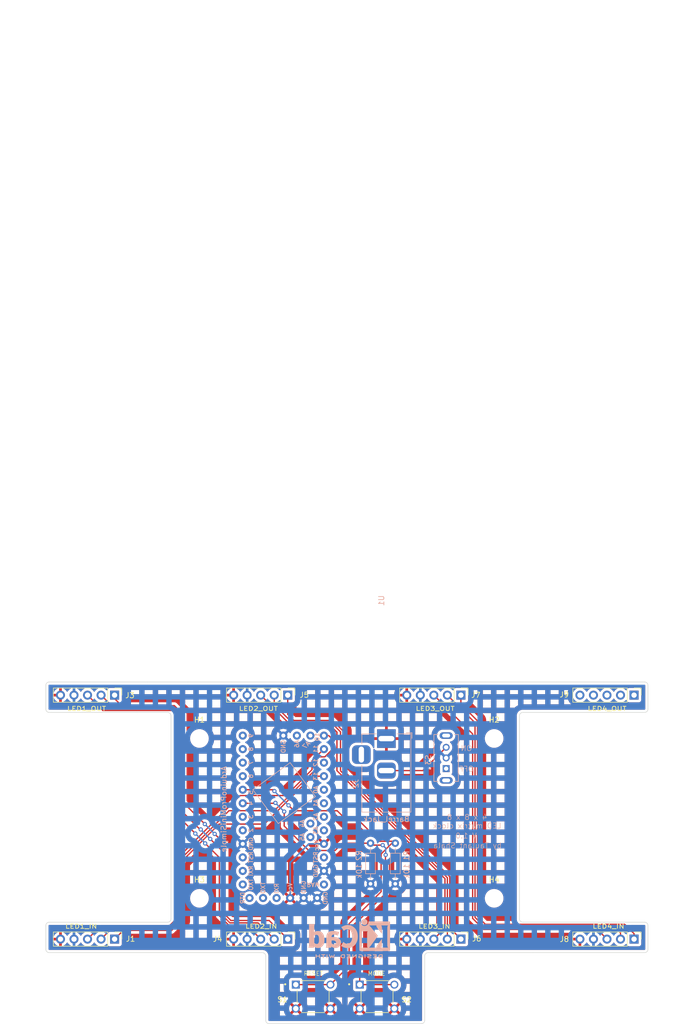
<source format=kicad_pcb>
(kicad_pcb (version 20211014) (generator pcbnew)
  (layers (0 "F.Cu" mixed) (31 "B.Cu" mixed) (34 "B.Paste" user) (35 "F.Paste" user) (36 "B.SilkS" user "B.Silkscreen") (37 "F.SilkS" user "F.Silkscreen") (38 "B.Mask" user) (39 "F.Mask" user) (44 "Edge.Cuts" user))
  (property "design_version" "1.0")
  (net 0 "")
  (net 1 "/CS0")
  (net 2 "/DIN0")
  (net 3 "/CLK0")
  (net 4 "GND")
  (net 5 "/Vcc")
  (net 6 "Net-(J2-Pad2)")
  (net 7 "/CS1")
  (net 8 "/DIN1")
  (net 9 "/CLK1")
  (net 10 "/CS2")
  (net 11 "/DIN2")
  (net 12 "/CLK2")
  (net 13 "/CS3")
  (net 14 "/DIN3")
  (net 15 "/CLK3")
  (net 21 "/TIMER_SELECT")
  (net 22 "/MODE_SELECT")
  (footprint "Connector_PinHeader_2.54mm:PinHeader_1x05_P2.54mm_Vertical" (layer "F.Cu") (at 168.717 123.19 -90)
    (fp_text reference "J6" (at -0.08 -2.973 180) (layer "F.SilkS"))
    (fp_text value "LED3_IN" (at -2.39 4.977 180) (layer "F.SilkS") (effects (font (size 0.8 1))))
    (pad "1" thru_hole rect locked (at 0 0 270) (size 1.7 1.7) (drill 1) (layers *.Cu *.Mask) (net 12 "/CLK2"))
    (pad "2" thru_hole oval locked (at 0 2.54 270) (size 1.7 1.7) (drill 1) (layers *.Cu *.Mask) (net 10 "/CS2"))
    (pad "3" thru_hole oval locked (at 0 5.08 270) (size 1.7 1.7) (drill 1) (layers *.Cu *.Mask) (net 11 "/DIN2"))
    (pad "4" thru_hole oval locked (at 0 7.62 270) (size 1.7 1.7) (drill 1) (layers *.Cu *.Mask) (net 4 "GND"))
    (pad "5" thru_hole oval locked (at 0 10.16 270) (size 1.7 1.7) (drill 1) (layers *.Cu *.Mask) (net 5 "/Vcc"))
  )
  (footprint "MountingHole:MountingHole_2.5mm" (layer "F.Cu") (at 174.96 85.535)
    (fp_text reference "H2" (at 0 -3.5) (layer "F.SilkS"))
    (fp_text value "MountingHole" hide)
    (pad "" np_thru_hole circle (at 0 0) (size 2.5 2.5) (drill 2.5) (layers *.Cu *.Mask))
  )
  (footprint "Connector_PinHeader_2.54mm:PinHeader_1x05_P2.54mm_Vertical" (layer "F.Cu") (at 136.216 123.19 -90)
    (fp_text reference "J4" (at -0.01 13.166 180) (layer "F.SilkS"))
    (fp_text value "LED2_IN" (at -2.39 4.976 180) (layer "F.SilkS") (effects (font (size 0.8 1))))
    (pad "1" thru_hole rect locked (at 0 0 270) (size 1.7 1.7) (drill 1) (layers *.Cu *.Mask) (net 9 "/CLK1"))
    (pad "2" thru_hole oval locked (at 0 2.54 270) (size 1.7 1.7) (drill 1) (layers *.Cu *.Mask) (net 7 "/CS1"))
    (pad "3" thru_hole oval locked (at 0 5.08 270) (size 1.7 1.7) (drill 1) (layers *.Cu *.Mask) (net 8 "/DIN1"))
    (pad "4" thru_hole oval locked (at 0 7.62 270) (size 1.7 1.7) (drill 1) (layers *.Cu *.Mask) (net 4 "GND"))
    (pad "5" thru_hole oval locked (at 0 10.16 270) (size 1.7 1.7) (drill 1) (layers *.Cu *.Mask) (net 5 "/Vcc"))
  )
  (footprint "ArduinoMini:SW_1825967-1" (layer "F.Cu") (at 140.975 133.98)
    (fp_text reference "S1" (at -5.765 0.55) (layer "F.SilkS"))
    (fp_text value "1825967-1" hide)
    (pad "1" thru_hole rect locked (at -3.25 -2.25) (size 1.508 1.508) (drill 1) (layers *.Cu *.Mask) (net 21 "/TIMER_SELECT"))
    (pad "2" thru_hole circle locked (at 3.25 -2.25) (size 1.508 1.508) (drill 1) (layers *.Cu *.Mask) (net 21 "/TIMER_SELECT"))
    (pad "3" thru_hole circle locked (at -3.25 2.25) (size 1.508 1.508) (drill 1) (layers *.Cu *.Mask) (net 5 "/Vcc"))
    (pad "4" thru_hole circle locked (at 3.25 2.25) (size 1.508 1.508) (drill 1) (layers *.Cu *.Mask) (net 5 "/Vcc"))
  )
  (footprint "Connector_PinHeader_2.54mm:PinHeader_1x05_P2.54mm_Vertical" (layer "F.Cu") (at 201.218 77.4 -90)
    (fp_text reference "J9" (at -0.09 13.108 180) (layer "F.SilkS"))
    (fp_text value "LED4_OUT" (at 2.53 5.058 180) (layer "F.SilkS") (effects (font (size 0.8 1))))
    (pad "1" thru_hole rect locked (at 0 0 270) (size 1.7 1.7) (drill 1) (layers *.Cu *.Mask))
    (pad "2" thru_hole oval locked (at 0 2.54 270) (size 1.7 1.7) (drill 1) (layers *.Cu *.Mask))
    (pad "3" thru_hole oval locked (at 0 5.08 270) (size 1.7 1.7) (drill 1) (layers *.Cu *.Mask))
    (pad "4" thru_hole oval locked (at 0 7.62 270) (size 1.7 1.7) (drill 1) (layers *.Cu *.Mask))
    (pad "5" thru_hole oval locked (at 0 10.16 270) (size 1.7 1.7) (drill 1) (layers *.Cu *.Mask))
  )
  (footprint "Connector_PinHeader_2.54mm:PinHeader_1x05_P2.54mm_Vertical" (layer "F.Cu") (at 103.715 123.19 -90)
    (fp_text reference "J1" (at -0.04 -2.995 180) (layer "F.SilkS"))
    (fp_text value "LED1_IN" (at -2.39 6.275 180) (layer "F.SilkS") (effects (font (size 0.8 1))))
    (pad "1" thru_hole rect locked (at 0 0 270) (size 1.7 1.7) (drill 1) (layers *.Cu *.Mask) (net 3 "/CLK0"))
    (pad "2" thru_hole oval locked (at 0 2.54 270) (size 1.7 1.7) (drill 1) (layers *.Cu *.Mask) (net 1 "/CS0"))
    (pad "3" thru_hole oval locked (at 0 5.08 270) (size 1.7 1.7) (drill 1) (layers *.Cu *.Mask) (net 2 "/DIN0"))
    (pad "4" thru_hole oval locked (at 0 7.62 270) (size 1.7 1.7) (drill 1) (layers *.Cu *.Mask) (net 4 "GND"))
    (pad "5" thru_hole oval locked (at 0 10.16 270) (size 1.7 1.7) (drill 1) (layers *.Cu *.Mask) (net 5 "/Vcc"))
  )
  (footprint "Connector_PinHeader_2.54mm:PinHeader_1x05_P2.54mm_Vertical" (layer "F.Cu") (at 201.218 123.19 -90)
    (fp_text reference "J8" (at 0.02 13.078 180) (layer "F.SilkS"))
    (fp_text value "LED4_IN" (at -2.39 4.798 180) (layer "F.SilkS") (effects (font (size 0.8 1))))
    (pad "1" thru_hole rect locked (at 0 0 270) (size 1.7 1.7) (drill 1) (layers *.Cu *.Mask) (net 15 "/CLK3"))
    (pad "2" thru_hole oval locked (at 0 2.54 270) (size 1.7 1.7) (drill 1) (layers *.Cu *.Mask) (net 13 "/CS3"))
    (pad "3" thru_hole oval locked (at 0 5.08 270) (size 1.7 1.7) (drill 1) (layers *.Cu *.Mask) (net 14 "/DIN3"))
    (pad "4" thru_hole oval locked (at 0 7.62 270) (size 1.7 1.7) (drill 1) (layers *.Cu *.Mask) (net 4 "GND"))
    (pad "5" thru_hole oval locked (at 0 10.16 270) (size 1.7 1.7) (drill 1) (layers *.Cu *.Mask) (net 5 "/Vcc"))
  )
  (footprint "MountingHole:MountingHole_2.5mm" (layer "F.Cu") (at 119.64 115.535)
    (fp_text reference "H3" (at 0 -3.5) (layer "F.SilkS"))
    (fp_text value "MountingHole" hide)
    (pad "" np_thru_hole circle (at 0 0) (size 2.5 2.5) (drill 2.5) (layers *.Cu *.Mask))
  )
  (footprint "MountingHole:MountingHole_2.5mm" (layer "F.Cu") (at 119.64 85.535)
    (fp_text reference "H1" (at 0 -3.5) (layer "F.SilkS"))
    (fp_text value "MountingHole" hide)
    (pad "" np_thru_hole circle (at 0 0) (size 2.5 2.5) (drill 2.5) (layers *.Cu *.Mask))
  )
  (footprint "Connector_PinHeader_2.54mm:PinHeader_1x05_P2.54mm_Vertical" (layer "F.Cu") (at 168.717 77.4 -90)
    (fp_text reference "J7" (at -0.01 -2.803 180) (layer "F.SilkS"))
    (fp_text value "LED3_OUT" (at 2.53 4.827 180) (layer "F.SilkS") (effects (font (size 0.8 1))))
    (pad "1" thru_hole rect locked (at 0 0 270) (size 1.7 1.7) (drill 1) (layers *.Cu *.Mask) (net 15 "/CLK3"))
    (pad "2" thru_hole oval locked (at 0 2.54 270) (size 1.7 1.7) (drill 1) (layers *.Cu *.Mask) (net 13 "/CS3"))
    (pad "3" thru_hole oval locked (at 0 5.08 270) (size 1.7 1.7) (drill 1) (layers *.Cu *.Mask) (net 14 "/DIN3"))
    (pad "4" thru_hole oval locked (at 0 7.62 270) (size 1.7 1.7) (drill 1) (layers *.Cu *.Mask) (net 4 "GND"))
    (pad "5" thru_hole oval locked (at 0 10.16 270) (size 1.7 1.7) (drill 1) (layers *.Cu *.Mask) (net 5 "/Vcc"))
  )
  (footprint "ArduinoMini:SW_1825967-1" (layer "F.Cu") (at 152.975 133.98)
    (fp_text reference "S2" (at 5.555 0.55) (layer "F.SilkS"))
    (fp_text value "1825967-1" hide)
    (pad "1" thru_hole rect locked (at -3.25 -2.25) (size 1.508 1.508) (drill 1) (layers *.Cu *.Mask) (net 22 "/MODE_SELECT"))
    (pad "2" thru_hole circle locked (at 3.25 -2.25) (size 1.508 1.508) (drill 1) (layers *.Cu *.Mask) (net 22 "/MODE_SELECT"))
    (pad "3" thru_hole circle locked (at -3.25 2.25) (size 1.508 1.508) (drill 1) (layers *.Cu *.Mask) (net 5 "/Vcc"))
    (pad "4" thru_hole circle locked (at 3.25 2.25) (size 1.508 1.508) (drill 1) (layers *.Cu *.Mask) (net 5 "/Vcc"))
  )
  (footprint "Connector_PinHeader_2.54mm:PinHeader_1x05_P2.54mm_Vertical" (layer "F.Cu") (at 103.715 77.4 -90)
    (fp_text reference "J3" (at 0.05 -2.875 180) (layer "F.SilkS"))
    (fp_text value "LED1_OUT" (at 2.53 5.255 180) (layer "F.SilkS") (effects (font (size 0.8 1))))
    (pad "1" thru_hole rect locked (at 0 0 270) (size 1.7 1.7) (drill 1) (layers *.Cu *.Mask) (net 9 "/CLK1"))
    (pad "2" thru_hole oval locked (at 0 2.54 270) (size 1.7 1.7) (drill 1) (layers *.Cu *.Mask) (net 7 "/CS1"))
    (pad "3" thru_hole oval locked (at 0 5.08 270) (size 1.7 1.7) (drill 1) (layers *.Cu *.Mask) (net 8 "/DIN1"))
    (pad "4" thru_hole oval locked (at 0 7.62 270) (size 1.7 1.7) (drill 1) (layers *.Cu *.Mask) (net 4 "GND"))
    (pad "5" thru_hole oval locked (at 0 10.16 270) (size 1.7 1.7) (drill 1) (layers *.Cu *.Mask) (net 5 "/Vcc"))
  )
  (footprint "Connector_PinHeader_2.54mm:PinHeader_1x05_P2.54mm_Vertical" (layer "F.Cu") (at 136.216 77.4 -90)
    (fp_text reference "J5" (at -0.03 -3.104 180) (layer "F.SilkS"))
    (fp_text value "LED2_OUT" (at 2.53 5.506 180) (layer "F.SilkS") (effects (font (size 0.8 1))))
    (pad "1" thru_hole rect locked (at 0 0 270) (size 1.7 1.7) (drill 1) (layers *.Cu *.Mask) (net 12 "/CLK2"))
    (pad "2" thru_hole oval locked (at 0 2.54 270) (size 1.7 1.7) (drill 1) (layers *.Cu *.Mask) (net 10 "/CS2"))
    (pad "3" thru_hole oval locked (at 0 5.08 270) (size 1.7 1.7) (drill 1) (layers *.Cu *.Mask) (net 11 "/DIN2"))
    (pad "4" thru_hole oval locked (at 0 7.62 270) (size 1.7 1.7) (drill 1) (layers *.Cu *.Mask) (net 4 "GND"))
    (pad "5" thru_hole oval locked (at 0 10.16 270) (size 1.7 1.7) (drill 1) (layers *.Cu *.Mask) (net 5 "/Vcc"))
  )
  (footprint "MountingHole:MountingHole_2.5mm" (layer "F.Cu") (at 174.96 115.535)
    (fp_text reference "H4" (at 0 -3.5) (layer "F.SilkS"))
    (fp_text value "MountingHole" hide)
    (pad "" np_thru_hole circle (at 0 0) (size 2.5 2.5) (drill 2.5) (layers *.Cu *.Mask))
  )
  (footprint "Resistor_THT:R_Axial_DIN0204_L3.6mm_D1.6mm_P7.62mm_Horizontal" (layer "B.Cu") (at 156.4 112.81 90)
    (fp_text reference "R1" (at 5.24 2.12 90) (layer "B.SilkS") (effects (justify mirror)))
    (fp_text value "10k" (at 2.36 2.13 90) (layer "B.SilkS") (effects (justify mirror)))
    (pad "1" thru_hole circle (at 0 0 90) (size 1.4 1.4) (drill 0.7) (layers *.Cu *.Mask) (net 4 "GND"))
    (pad "2" thru_hole oval (at 7.62 0 90) (size 1.4 1.4) (drill 0.7) (layers *.Cu *.Mask) (net 21 "/TIMER_SELECT"))
  )
  (footprint "Resistor_THT:R_Axial_DIN0204_L3.6mm_D1.6mm_P7.62mm_Horizontal" (layer "B.Cu") (at 151.75 112.81 90)
    (fp_text reference "R2" (at 5.3 -2.18 90) (layer "B.SilkS") (effects (justify mirror)))
    (fp_text value "10k" (at 2.36 -2.14 90) (layer "B.SilkS") (effects (justify mirror)))
    (pad "1" thru_hole circle (at 0 0 90) (size 1.4 1.4) (drill 0.7) (layers *.Cu *.Mask) (net 4 "GND"))
    (pad "2" thru_hole oval (at 7.62 0 90) (size 1.4 1.4) (drill 0.7) (layers *.Cu *.Mask) (net 22 "/MODE_SELECT"))
  )
  (footprint "Symbol:KiCad-Logo2_6mm_SilkScreen" (layer "B.Cu") (at 147.76 122.4 180)
    (fp_text reference "REF**" hide)
    (fp_text value "KiCad-Logo2_6mm_SilkScreen" hide)
  )
  (footprint "ArduinoMini:ArduinoProMiniCustom" (layer "B.Cu") (at 125.23 79.915 -90)
    (fp_text reference "U1" (at -20.255 -28.571 90 unlocked) (layer "B.SilkS") (effects (justify mirror)))
    (fp_text value "ArduinoProMiniSimple" (at 18.905 1.01 90 unlocked) (layer "B.SilkS") (effects (justify mirror)))
    (fp_text user "GND" (at 7.131827 -10.16 90 unlocked) (layer "B.SilkS") (effects (font (size 0.8 0.8)) (justify mirror)))
    (fp_text user "A6" (at 6.636589 -12.7 90 unlocked) (layer "B.SilkS") (effects (font (size 0.8 0.8)) (justify mirror)))
    (fp_text user "A3" (at 22.86 -16.256 90 unlocked) (layer "B.SilkS") (effects (font (size 0.8 0.8)) (justify mirror)))
    (fp_text user "4" (at 17.78 -4.064 90 unlocked) (layer "B.SilkS") (effects (font (size 0.8 0.8)) (justify mirror)))
    (fp_text user "A0" (at 15.24 -16.256 90 unlocked) (layer "B.SilkS") (effects (font (size 0.8 0.8)) (justify mirror)))
    (fp_text user "RXI" (at 30.48 -4.064 90 unlocked) (layer "B.SilkS") (effects (font (size 0.8 0.8)) (justify mirror)))
    (fp_text user "11" (at 7.62 -16.256 90 unlocked) (layer "B.SilkS") (effects (font (size 0.8 0.8)) (justify mirror)))
    (fp_text user "A1" (at 17.78 -16.256 90 unlocked) (layer "B.SilkS") (effects (font (size 0.8 0.8)) (justify mirror)))
    (fp_text user "A4" (at 21.59 -13.716 90 unlocked) (layer "B.SilkS") (effects (font (size 0.8 0.8)) (justify mirror)))
    (fp_text user "RAW" (at 33.02 -15.748 -180 unlocked) (layer "B.SilkS") (effects (font (size 0.8 0.8)) (justify mirror)))
    (fp_text user "GND" (at 25.4 -4.064 90 unlocked) (layer "B.SilkS") (effects (font (size 0.8 0.8)) (justify mirror)))
    (fp_text user "GND" (at 35.56 -18.034 90 unlocked) (layer "B.SilkS") (effects (font (size 0.8 0.8)) (justify mirror)))
    (fp_text user "A2" (at 20.32 -16.256 90 unlocked) (layer "B.SilkS") (effects (font (size 0.8 0.8)) (justify mirror)))
    (fp_text user "RST" (at 27.94 -4.064 90 unlocked) (layer "B.SilkS") (effects (font (size 0.8 0.8)) (justify mirror)))
    (fp_text user "8" (at 7.62 -4.064 90 unlocked) (layer "B.SilkS") (effects (font (size 0.8 0.8)) (justify mirror)))
    (fp_text user "RST" (at 27.94 -16.256 90 unlocked) (layer "B.SilkS") (effects (font (size 0.8 0.8)) (justify mirror)))
    (fp_text user "6" (at 12.7 -4.064 90 unlocked) (layer "B.SilkS") (effects (font (size 0.8 0.8)) (justify mirror)))
    (fp_text user "RXI" (at 33.775619 -8.89 90 unlocked) (layer "B.SilkS") (effects (font (size 0.8 0.8)) (justify mirror)))
    (fp_text user "GND" (at 33.528 -13.97 90 unlocked) (layer "B.SilkS") (effects (font (size 0.8 0.8)) (justify mirror)))
    (fp_text user "Vcc" (at 33.718476 -11.43 90 unlocked) (layer "B.SilkS") (effects (font (size 0.8 0.8)) (justify mirror)))
    (fp_text user "DTR" (at 35.56 -2.54 90 unlocked) (layer "B.SilkS") (effects (font (size 0.8 0.8)) (justify mirror)))
    (fp_text user "9" (at 5.08 -4.064 90 unlocked) (layer "B.SilkS") (effects (font (size 0.8 0.8)) (justify mirror)))
    (fp_text user "A7" (at 6.858 -14.478 45 unlocked) (layer "B.SilkS") (effects (font (size 0.8 0.8)) (justify mirror)))
    (fp_text user "Vcc" (at 25.71 -16.4 90 unlocked) (layer "B.SilkS") (effects (font (size 0.8 0.8)) (justify mirror)))
    (fp_text user "GND" (at 30.48 -16.256 90 unlocked) (layer "B.SilkS") (effects (font (size 0.8 0.8)) (justify mirror)))
    (fp_text user "TXO" (at 33.642286 -6.35 90 unlocked) (layer "B.SilkS") (effects (font (size 0.8 0.8)) (justify mirror)))
    (fp_text user "7" (at 10.16 -4.064 90 unlocked) (layer "B.SilkS") (effects (font (size 0.8 0.8)) (justify mirror)))
    (fp_text user "2" (at 22.86 -4.064 90 unlocked) (layer "B.SilkS") (effects (font (size 0.8 0.8)) (justify mirror)))
    (fp_text user "10" (at 5.334 -16.51 90 unlocked) (layer "B.SilkS") (effects (font (size 0.8 0.8)) (justify mirror)))
    (fp_text user "5" (at 15.74 -4.04 90 unlocked) (layer "B.SilkS") (effects (font (size 0.8 0.8)) (justify mirror)))
    (fp_text user "TXO" (at 33.02 -4.064 90 unlocked) (layer "B.SilkS") (effects (font (size 0.8 0.8)) (justify mirror)))
    (fp_text user "3" (at 20.32 -4.064 90 unlocked) (layer "B.SilkS") (effects (font (size 0.8 0.8)) (justify mirror)))
    (fp_text user "A5" (at 24.13 -13.716 90 unlocked) (layer "B.SilkS") (effects (font (size 0.8 0.8)) (justify mirror)))
    (fp_text user "13" (at 12.7 -16.256 90 unlocked) (layer "B.SilkS") (effects (font (size 0.8 0.8)) (justify mirror)))
    (fp_text user "12" (at 10.16 -16.256 90 unlocked) (layer "B.SilkS") (effects (font (size 0.8 0.8)) (justify mirror)))
    (pad "0" thru_hole circle (at 33.02 -2.54 270) (size 1.524 1.524) (drill 0.762) (layers *.Cu *.Mask))
    (pad "1" thru_hole circle (at 30.48 -2.54 270) (size 1.524 1.524) (drill 0.762) (layers *.Cu *.Mask))
    (pad "2" thru_hole circle (at 27.94 -2.54 270) (size 1.524 1.524) (drill 0.762) (layers *.Cu *.Mask))
    (pad "3" thru_hole circle (at 25.4 -2.54 270) (size 1.524 1.524) (drill 0.762) (layers *.Cu *.Mask) (net 4 "GND"))
    (pad "4" thru_hole circle (at 22.86 -2.54 270) (size 1.524 1.524) (drill 0.762) (layers *.Cu *.Mask))
    (pad "5" thru_hole circle (at 20.32 -2.54 270) (size 1.524 1.524) (drill 0.762) (layers *.Cu *.Mask))
    (pad "6" thru_hole circle (at 17.78 -2.54 270) (size 1.524 1.524) (drill 0.762) (layers *.Cu *.Mask) (net 22 "/MODE_SELECT"))
    (pad "7" thru_hole circle (at 15.24 -2.54 270) (size 1.524 1.524) (drill 0.762) (layers *.Cu *.Mask) (net 21 "/TIMER_SELECT"))
    (pad "8" thru_hole circle (at 12.7 -2.54 270) (size 1.524 1.524) (drill 0.762) (layers *.Cu *.Mask))
    (pad "9" thru_hole circle (at 10.16 -2.54 270) (size 1.524 1.524) (drill 0.762) (layers *.Cu *.Mask))
    (pad "10" thru_hole circle (at 7.62 -2.54 270) (size 1.524 1.524) (drill 0.762) (layers *.Cu *.Mask))
    (pad "11" thru_hole circle (at 5.08 -2.54 270) (size 1.524 1.524) (drill 0.762) (layers *.Cu *.Mask))
    (pad "12" thru_hole circle (at 5.08 -10.16 270) (size 1.524 1.524) (drill 0.762) (layers *.Cu *.Mask) (net 4 "GND"))
    (pad "13" thru_hole circle (at 5.08 -12.7 270) (size 1.524 1.524) (drill 0.762) (layers *.Cu *.Mask))
    (pad "14" thru_hole circle (at 5.08 -15.24 270) (size 1.524 1.524) (drill 0.762) (layers *.Cu *.Mask))
    (pad "15" thru_hole circle (at 5.08 -17.78 270) (size 1.524 1.524) (drill 0.762) (layers *.Cu *.Mask) (net 1 "/CS0"))
    (pad "16" thru_hole circle (at 7.62 -17.78 270) (size 1.524 1.524) (drill 0.762) (layers *.Cu *.Mask) (net 2 "/DIN0"))
    (pad "17" thru_hole circle (at 10.16 -17.78 270) (size 1.524 1.524) (drill 0.762) (layers *.Cu *.Mask))
    (pad "18" thru_hole circle (at 12.7 -17.78 270) (size 1.524 1.524) (drill 0.762) (layers *.Cu *.Mask) (net 3 "/CLK0"))
    (pad "19" thru_hole circle (at 15.24 -17.78 270) (size 1.524 1.524) (drill 0.762) (layers *.Cu *.Mask))
    (pad "20" thru_hole circle (at 17.78 -17.78 270) (size 1.524 1.524) (drill 0.762) (layers *.Cu *.Mask))
    (pad "21" thru_hole circle (at 20.32 -17.78 270) (size 1.524 1.524) (drill 0.762) (layers *.Cu *.Mask))
    (pad "22" thru_hole circle (at 22.86 -17.78 270) (size 1.524 1.524) (drill 0.762) (layers *.Cu *.Mask))
    (pad "23" thru_hole circle (at 25.4 -17.78 270) (size 1.524 1.524) (drill 0.762) (layers *.Cu *.Mask) (net 5 "/Vcc"))
    (pad "24" thru_hole circle (at 27.94 -17.78 270) (size 1.524 1.524) (drill 0.762) (layers *.Cu *.Mask))
    (pad "25" thru_hole circle (at 30.48 -17.78 270) (size 1.524 1.524) (drill 0.762) (layers *.Cu *.Mask) (net 4 "GND"))
    (pad "26" thru_hole circle (at 33.02 -17.78 270) (size 1.524 1.524) (drill 0.762) (layers *.Cu *.Mask))
    (pad "27" thru_hole circle (at 35.56 -16.51 270) (size 1.524 1.524) (drill 0.762) (layers *.Cu *.Mask) (net 4 "GND"))
    (pad "28" thru_hole circle (at 35.56 -13.97 270) (size 1.524 1.524) (drill 0.762) (layers *.Cu *.Mask) (net 4 "GND"))
    (pad "29" thru_hole circle (at 35.56 -11.43 270) (size 1.524 1.524) (drill 0.762) (layers *.Cu *.Mask) (net 5 "/Vcc"))
    (pad "30" thru_hole circle (at 35.56 -8.89 270) (size 1.524 1.524) (drill 0.762) (layers *.Cu *.Mask))
    (pad "31" thru_hole circle (at 35.56 -6.35 270) (size 1.524 1.524) (drill 0.762) (layers *.Cu *.Mask))
    (pad "32" thru_hole circle (at 35.56 -3.81 270) (size 1.524 1.524) (drill 0.762) (layers *.Cu *.Mask))
    (pad "33" thru_hole circle (at 21.59 -15.24 270) (size 1.524 1.524) (drill 0.762) (layers *.Cu *.Mask))
    (pad "34" thru_hole circle (at 24.13 -15.24 270) (size 1.524 1.524) (drill 0.762) (layers *.Cu *.Mask))
  )
  (footprint "Connector_BarrelJack:BarrelJack_Horizontal" (layer "B.Cu") (at 154.73 85.56 90)
    (fp_text reference "J2" (at -8.45 -5.75 90) (layer "B.SilkS") (effects (justify mirror)))
    (fp_text value "Barrel_Jack" (at -15.12 0.02 180) (layer "B.SilkS") (effects (justify mirror)))
    (pad "1" thru_hole rect (at 0 0 90) (size 3.5 3.5) (drill oval 1 3) (layers *.Cu *.Mask) (net 5 "/Vcc"))
    (pad "2" thru_hole roundrect (at -6 0 90) (size 3 3.5) (drill oval 1 3) (layers *.Cu *.Mask) (net 6 "Net-(J2-Pad2)"))
    (pad "3" thru_hole roundrect (at -3 -4.7 90) (size 3.5 3.5) (drill oval 3 1) (layers *.Cu *.Mask))
  )
  (footprint "ArduinoMini:SW_SS12D07VG4" (layer "B.Cu") (at 165.9475 89.19 90)
    (fp_text reference "S3" (at -0.35 -3.3575 90) (layer "B.SilkS") (effects (justify mirror)))
    (fp_text value "SS12D07VG4")
    (pad "1" thru_hole rect locked (at -2 0 90) (size 1.308 1.308) (drill 0.8) (layers *.Cu *.Mask))
    (pad "2" thru_hole circle locked (at 0 0 90) (size 1.308 1.308) (drill 0.8) (layers *.Cu *.Mask) (net 4 "GND"))
    (pad "3" thru_hole circle locked (at 2 0 90) (size 1.308 1.308) (drill 0.8) (layers *.Cu *.Mask) (net 6 "Net-(J2-Pad2)"))
    (pad "S1" thru_hole oval locked (at -4.2 0 90) (size 1.23 2.46) (drill oval 0.7 1.5) (layers *.Cu *.Mask))
    (pad "S2" thru_hole oval locked (at 4.2 0 90) (size 1.23 2.46) (drill oval 0.7 1.5) (layers *.Cu *.Mask))
  )
  (gr_arc (start 203.2 74.93) (mid 203.649013 75.115987) (end 203.835 75.565) (layer "Edge.Cuts") (width 0.1))
  (gr_line (start 203.835 120.65) (end 203.835 120.65) (layer "Edge.Cuts") (width 0.1))
  (gr_line (start 146.05 74.93) (end 132.715 74.93) (layer "Edge.Cuts") (width 0.1))
  (gr_line (start 186.69 74.93) (end 180.34 74.93) (layer "Edge.Cuts") (width 0.1))
  (gr_line (start 179.705 119.38) (end 179.705 93.345) (layer "Edge.Cuts") (width 0.1))
  (gr_line (start 109.855 74.93) (end 99.06 74.93) (layer "Edge.Cuts") (width 0.1))
  (gr_arc (start 114.3 119.38) (mid 114.114013 119.829013) (end 113.665 120.015) (layer "Edge.Cuts") (width 0.1))
  (gr_line (start 114.3 97.79) (end 114.3 110.49) (layer "Edge.Cuts") (width 0.1))
  (gr_line (start 203.835 76.835) (end 203.835 75.565) (layer "Edge.Cuts") (width 0.1))
  (gr_line (start 173.355 74.93) (end 167.64 74.93) (layer "Edge.Cuts") (width 0.1))
  (gr_line (start 114.3 119.38) (end 114.3 119.38) (layer "Edge.Cuts") (width 0.1))
  (gr_line (start 203.2 74.93) (end 195.58 74.93) (layer "Edge.Cuts") (width 0.1))
  (gr_line (start 132.715 74.93) (end 125.73 74.93) (layer "Edge.Cuts") (width 0.1))
  (gr_line (start 90.805 123.19) (end 90.805 120.65) (layer "Edge.Cuts") (width 0.1))
  (gr_line (start 179.705 93.345) (end 179.705 86.36) (layer "Edge.Cuts") (width 0.1))
  (gr_line (start 90.805 75.565) (end 90.805 80.01) (layer "Edge.Cuts") (width 0.1))
  (gr_arc (start 90.805 75.565) (mid 90.990987 75.115987) (end 91.44 74.93) (layer "Edge.Cuts") (width 0.1))
  (gr_line (start 167.64 74.93) (end 159.385 74.93) (layer "Edge.Cuts") (width 0.1))
  (gr_arc (start 131.445 125.73) (mid 131.894013 125.915987) (end 132.08 126.365) (layer "Edge.Cuts") (width 0.1))
  (gr_line (start 114.3 115.57) (end 114.3 119.38) (layer "Edge.Cuts") (width 0.1))
  (gr_line (start 179.705 86.36) (end 179.705 81.28) (layer "Edge.Cuts") (width 0.1))
  (gr_line (start 203.835 125.095) (end 203.835 120.65) (layer "Edge.Cuts") (width 0.1))
  (gr_arc (start 90.805 120.65) (mid 90.990987 120.200987) (end 91.44 120.015) (layer "Edge.Cuts") (width 0.1))
  (gr_line (start 161.925 126.365) (end 161.925 130.175) (layer "Edge.Cuts") (width 0.1))
  (gr_line (start 114.3 110.49) (end 114.3 115.57) (layer "Edge.Cuts") (width 0.1))
  (gr_arc (start 180.34 120.015) (mid 179.890987 119.829013) (end 179.705 119.38) (layer "Edge.Cuts") (width 0.1))
  (gr_line (start 203.2 120.015) (end 184.15 120.015) (layer "Edge.Cuts") (width 0.1))
  (gr_line (start 90.805 123.19) (end 90.805 125.095) (layer "Edge.Cuts") (width 0.1))
  (gr_line (start 195.58 74.93) (end 186.69 74.93) (layer "Edge.Cuts") (width 0.1))
  (gr_arc (start 179.705 81.28) (mid 179.890987 80.830987) (end 180.34 80.645) (layer "Edge.Cuts") (width 0.1))
  (gr_line (start 180.34 74.93) (end 173.355 74.93) (layer "Edge.Cuts") (width 0.1))
  (gr_line (start 91.44 80.645) (end 107.95 80.645) (layer "Edge.Cuts") (width 0.1))
  (gr_line (start 161.29 139.065) (end 132.715 139.065) (layer "Edge.Cuts") (width 0.1))
  (gr_line (start 182.245 125.73) (end 203.2 125.73) (layer "Edge.Cuts") (width 0.1))
  (gr_line (start 203.835 76.835) (end 203.835 80.01) (layer "Edge.Cuts") (width 0.1))
  (gr_arc (start 91.44 80.645) (mid 90.990987 80.459013) (end 90.805 80.01) (layer "Edge.Cuts") (width 0.1))
  (gr_line (start 159.385 74.93) (end 146.05 74.93) (layer "Edge.Cuts") (width 0.1))
  (gr_arc (start 113.665 80.645) (mid 114.114013 80.830987) (end 114.3 81.28) (layer "Edge.Cuts") (width 0.1))
  (gr_line (start 114.3 81.28) (end 114.3 89.535) (layer "Edge.Cuts") (width 0.1))
  (gr_line (start 194.31 80.645) (end 180.34 80.645) (layer "Edge.Cuts") (width 0.1))
  (gr_line (start 182.245 125.73) (end 162.56 125.73) (layer "Edge.Cuts") (width 0.1))
  (gr_line (start 117.475 74.93) (end 109.855 74.93) (layer "Edge.Cuts") (width 0.1))
  (gr_arc (start 161.925 138.43) (mid 161.739013 138.879013) (end 161.29 139.065) (layer "Edge.Cuts") (width 0.1))
  (gr_line (start 131.445 125.73) (end 91.44 125.73) (layer "Edge.Cuts") (width 0.1))
  (gr_arc (start 91.44 125.73) (mid 90.990987 125.544013) (end 90.805 125.095) (layer "Edge.Cuts") (width 0.1))
  (gr_arc (start 203.835 125.095) (mid 203.649013 125.544013) (end 203.2 125.73) (layer "Edge.Cuts") (width 0.1))
  (gr_line (start 132.08 133.35) (end 132.08 138.43) (layer "Edge.Cuts") (width 0.1))
  (gr_arc (start 203.2 120.015) (mid 203.649013 120.200987) (end 203.835 120.65) (layer "Edge.Cuts") (width 0.1))
  (gr_line (start 95.25 120.015) (end 113.665 120.015) (layer "Edge.Cuts") (width 0.1))
  (gr_line (start 194.31 80.645) (end 203.2 80.645) (layer "Edge.Cuts") (width 0.1))
  (gr_line (start 91.44 120.015) (end 95.25 120.015) (layer "Edge.Cuts") (width 0.1))
  (gr_arc (start 203.835 80.01) (mid 203.649013 80.459013) (end 203.2 80.645) (layer "Edge.Cuts") (width 0.1))
  (gr_line (start 99.06 74.93) (end 91.44 74.93) (layer "Edge.Cuts") (width 0.1))
  (gr_arc (start 161.925 126.365) (mid 162.110987 125.915987) (end 162.56 125.73) (layer "Edge.Cuts") (width 0.1))
  (gr_line (start 114.3 89.535) (end 114.3 97.79) (layer "Edge.Cuts") (width 0.1))
  (gr_line (start 179.705 81.28) (end 179.705 81.28) (layer "Edge.Cuts") (width 0.1))
  (gr_line (start 107.95 80.645) (end 113.665 80.645) (layer "Edge.Cuts") (width 0.1))
  (gr_arc (start 132.715 139.065) (mid 132.265987 138.879013) (end 132.08 138.43) (layer "Edge.Cuts") (width 0.1))
  (gr_line (start 161.925 130.175) (end 161.925 138.43) (layer "Edge.Cuts") (width 0.1))
  (gr_line (start 125.73 74.93) (end 117.475 74.93) (layer "Edge.Cuts") (width 0.1))
  (gr_line (start 184.15 120.015) (end 180.34 120.015) (layer "Edge.Cuts") (width 0.1))
  (gr_line (start 132.08 133.35) (end 132.08 126.365) (layer "Edge.Cuts") (width 0.1))
  (gr_text "OFF\n" (at 169.73 91.26) (layer "B.SilkS") (effects (font (size 1 1) (thickness 0.1)) (justify mirror)))
  (gr_text " 4 x 8 x 8 \nLED matrix clock" (at 169.87 101.11) (layer "B.SilkS") (effects (font (size 1 1) (thickness 0.1)) (justify mirror)))
  (gr_text "by Taulant Shala" (at 169.95 105.63) (layer "B.SilkS") (effects (font (size 1 1) (thickness 0.1)) (justify mirror)))
  (gr_text "V 1.0" (at 169.7 103.79) (layer "B.SilkS") (effects (font (size 1 1) (thickness 0.1)) (justify mirror)))
  (gr_text "ON" (at 169.75 87.38) (layer "B.SilkS") (effects (font (size 1 1) (thickness 0.1)) (justify mirror)))
  (gr_text "MODE\n" (at 152.89 129.65) (layer "F.SilkS") (effects (font (size 0.8 0.8) (thickness 0.1))))
  (gr_text "RESET" (at 141.03 129.65) (layer "F.SilkS") (effects (font (size 0.8 0.8) (thickness 0.1))))
  (segment (start 115.78 119.552396) (end 115.78 108.502) (width 0.25) (layer "F.Cu") (net 1))
  (segment (start 144.526 85.598) (end 143.923 84.995) (width 0.25) (layer "F.Cu") (net 1))
  (segment (start 144.526 87.63) (end 144.526 85.598) (width 0.25) (layer "F.Cu") (net 1))
  (segment (start 143.923 84.995) (end 143.01 84.995) (width 0.25) (layer "F.Cu") (net 1))
  (segment (start 143.168 88.988) (end 144.526 87.63) (width 0.25) (layer "F.Cu") (net 1))
  (segment (start 142.152 88.988) (end 143.168 88.988) (width 0.25) (layer "F.Cu") (net 1))
  (segment (start 125.19207 99.08993) (end 133.699674 99.08993) (width 0.25) (layer "F.Cu") (net 1))
  (segment (start 101.175 123.19) (end 103.265 121.1) (width 0.25) (layer "F.Cu") (net 1))
  (segment (start 103.265 121.1) (end 114.232396 121.1) (width 0.25) (layer "F.Cu") (net 1))
  (segment (start 141.224 91.565604) (end 141.224 89.916) (width 0.25) (layer "F.Cu") (net 1))
  (segment (start 133.699674 99.08993) (end 141.224 91.565604) (width 0.25) (layer "F.Cu") (net 1))
  (segment (start 141.224 89.916) (end 142.152 88.988) (width 0.25) (layer "F.Cu") (net 1))
  (segment (start 115.78 108.502) (end 125.19207 99.08993) (width 0.25) (layer "F.Cu") (net 1))
  (segment (start 114.232396 121.1) (end 115.78 119.552396) (width 0.25) (layer "F.Cu") (net 1))
  (segment (start 140.774 91.379208) (end 140.774 89.729604) (width 0.25) (layer "F.Cu") (net 2))
  (segment (start 98.635 123.19) (end 101.175 120.65) (width 0.25) (layer "F.Cu") (net 2))
  (segment (start 135.911208 96.242) (end 140.774 91.379208) (width 0.25) (layer "F.Cu") (net 2))
  (segment (start 114.046 120.65) (end 115.33 119.366) (width 0.25) (layer "F.Cu") (net 2))
  (segment (start 127.278 96.242) (end 135.911208 96.242) (width 0.25) (layer "F.Cu") (net 2))
  (segment (start 115.33 119.366) (end 115.33 108.19) (width 0.25) (layer "F.Cu") (net 2))
  (segment (start 101.175 120.65) (end 114.046 120.65) (width 0.25) (layer "F.Cu") (net 2))
  (segment (start 115.33 108.19) (end 127.278 96.242) (width 0.25) (layer "F.Cu") (net 2))
  (segment (start 140.774 89.729604) (end 142.968604 87.535) (width 0.25) (layer "F.Cu") (net 2))
  (segment (start 142.968604 87.535) (end 143.01 87.535) (width 0.25) (layer "F.Cu") (net 2))
  (segment (start 140.811 92.615) (end 143.01 92.615) (width 0.25) (layer "F.Cu") (net 3))
  (segment (start 116.23 108.688396) (end 123.318396 101.6) (width 0.25) (layer "F.Cu") (net 3))
  (segment (start 131.826 101.6) (end 140.811 92.615) (width 0.25) (layer "F.Cu") (net 3))
  (segment (start 105.355 121.55) (end 114.418792 121.55) (width 0.25) (layer "F.Cu") (net 3))
  (segment (start 114.418792 121.55) (end 116.23 119.738792) (width 0.25) (layer "F.Cu") (net 3))
  (segment (start 116.23 119.738792) (end 116.23 108.688396) (width 0.25) (layer "F.Cu") (net 3))
  (segment (start 123.318396 101.6) (end 131.826 101.6) (width 0.25) (layer "F.Cu") (net 3))
  (segment (start 103.715 123.19) (end 105.355 121.55) (width 0.25) (layer "F.Cu") (net 3))
  (segment (start 136.66 115.475) (end 136.66 108.84) (width 0.3) (layer "B.Cu") (net 5))
  (segment (start 136.66 108.84) (end 140.185 105.315) (width 0.3) (layer "B.Cu") (net 5))
  (segment (start 140.185 105.315) (end 143.01 105.315) (width 0.3) (layer "B.Cu") (net 5))
  (segment (start 154.73 91.56) (end 161.5775 91.56) (width 0.25) (layer "F.Cu") (net 6))
  (segment (start 161.5775 91.56) (end 165.9475 87.19) (width 0.25) (layer "F.Cu") (net 6))
  (segment (start 114.748604 79.825) (end 103.6 79.825) (width 0.25) (layer "F.Cu") (net 7))
  (segment (start 116.136 81.212396) (end 114.748604 79.825) (width 0.25) (layer "F.Cu") (net 7))
  (segment (start 123.825 118.616604) (end 125.350396 120.142) (width 0.25) (layer "F.Cu") (net 7))
  (segment (start 116.136 98.991) (end 116.136 81.212396) (width 0.25) (layer "F.Cu") (net 7))
  (segment (start 119.883701 102.611701) (end 119.756701 102.611701) (width 0.25) (layer "F.Cu") (net 7))
  (segment (start 121.666 104.394) (end 123.825 106.553) (width 0.25) (layer "F.Cu") (net 7))
  (segment (start 125.350396 120.142) (end 130.628 120.142) (width 0.25) (layer "F.Cu") (net 7))
  (segment (start 130.628 120.142) (end 133.676 123.19) (width 0.25) (layer "F.Cu") (net 7))
  (segment (start 119.756701 102.611701) (end 116.136 98.991) (width 0.25) (layer "F.Cu") (net 7))
  (segment (start 103.6 79.825) (end 101.175 77.4) (width 0.25) (layer "F.Cu") (net 7))
  (segment (start 123.825 106.553) (end 123.825 118.616604) (width 0.25) (layer "F.Cu") (net 7))
  (via (at 121.666 104.394) (size 0.8) (drill 0.4) (layers "F.Cu" "B.Cu") (net 7))
  (via (at 119.883701 102.611701) (size 0.8) (drill 0.4) (layers "F.Cu" "B.Cu") (net 7))
  (segment (start 121.666 104.394) (end 119.883701 102.611701) (width 0.25) (layer "B.Cu") (net 7))
  (segment (start 115.686 100.192) (end 115.686 81.398792) (width 0.25) (layer "F.Cu") (net 8))
  (segment (start 101.51 80.275) (end 98.635 77.4) (width 0.25) (layer "F.Cu") (net 8))
  (segment (start 128.538 120.592) (end 131.136 123.19) (width 0.25) (layer "F.Cu") (net 8))
  (segment (start 114.562208 80.275) (end 101.51 80.275) (width 0.25) (layer "F.Cu") (net 8))
  (segment (start 125.164 120.592) (end 128.538 120.592) (width 0.25) (layer "F.Cu") (net 8))
  (segment (start 123.375 107.881) (end 123.375 118.803) (width 0.25) (layer "F.Cu") (net 8))
  (segment (start 118.872 103.378) (end 115.686 100.192) (width 0.25) (layer "F.Cu") (net 8))
  (segment (start 115.686 81.398792) (end 114.562208 80.275) (width 0.25) (layer "F.Cu") (net 8))
  (segment (start 120.718497 105.224497) (end 123.375 107.881) (width 0.25) (layer "F.Cu") (net 8))
  (segment (start 123.375 118.803) (end 125.164 120.592) (width 0.25) (layer "F.Cu") (net 8))
  (via (at 118.872 103.378) (size 0.8) (drill 0.4) (layers "F.Cu" "B.Cu") (net 8))
  (via (at 120.718497 105.224497) (size 0.8) (drill 0.4) (layers "F.Cu" "B.Cu") (net 8))
  (segment (start 120.718497 105.224497) (end 118.872 103.378) (width 0.25) (layer "B.Cu") (net 8))
  (segment (start 122.496497 103.446497) (end 124.46 105.41) (width 0.25) (layer "F.Cu") (net 9))
  (segment (start 103.715 78.061) (end 103.715 77.4) (width 0.25) (layer "F.Cu") (net 9))
  (segment (start 124.46 105.41) (end 124.46 118.615208) (width 0.25) (layer "F.Cu") (net 9))
  (segment (start 116.586 81.026) (end 114.935 79.375) (width 0.25) (layer "F.Cu") (net 9))
  (segment (start 125.536792 119.692) (end 132.718 119.692) (width 0.25) (layer "F.Cu") (net 9))
  (segment (start 114.935 79.375) (end 105.029 79.375) (width 0.25) (layer "F.Cu") (net 9))
  (segment (start 120.65 101.6) (end 116.586 97.536) (width 0.25) (layer "F.Cu") (net 9))
  (segment (start 132.718 119.692) (end 136.216 123.19) (width 0.25) (layer "F.Cu") (net 9))
  (segment (start 105.029 79.375) (end 103.715 78.061) (width 0.25) (layer "F.Cu") (net 9))
  (segment (start 124.46 118.615208) (end 125.536792 119.692) (width 0.25) (layer "F.Cu") (net 9))
  (segment (start 116.586 97.536) (end 116.586 81.026) (width 0.25) (layer "F.Cu") (net 9))
  (via (at 122.496497 103.446497) (size 0.8) (drill 0.4) (layers "F.Cu" "B.Cu") (net 9))
  (via (at 120.65 101.6) (size 0.8) (drill 0.4) (layers "F.Cu" "B.Cu") (net 9))
  (segment (start 122.496497 103.446497) (end 120.65 101.6) (width 0.25) (layer "B.Cu") (net 9))
  (segment (start 144.49 82.66) (end 146.12 84.29) (width 0.25) (layer "F.Cu") (net 10))
  (segment (start 146.12 91.606396) (end 166.177 111.663396) (width 0.25) (layer "F.Cu") (net 10))
  (segment (start 137.14 82.66) (end 144.49 82.66) (width 0.25) (layer "F.Cu") (net 10))
  (segment (start 133.676 79.186) (end 135.26 80.77) (width 0.25) (layer "F.Cu") (net 10))
  (segment (start 135.26 80.78) (end 137.14 82.66) (width 0.25) (layer "F.Cu") (net 10))
  (segment (start 135.26 80.77) (end 135.26 80.78) (width 0.25) (layer "F.Cu") (net 10))
  (segment (start 133.676 77.4) (end 133.676 79.186) (width 0.25) (layer "F.Cu") (net 10))
  (segment (start 166.177 111.663396) (end 166.177 123.19) (width 0.25) (layer "F.Cu") (net 10))
  (segment (start 146.12 84.29) (end 146.12 91.606396) (width 0.25) (layer "F.Cu") (net 10))
  (segment (start 145.45 84.35) (end 145.45 91.572792) (width 0.25) (layer "F.Cu") (net 11))
  (segment (start 131.136 77.4) (end 136.886 83.15) (width 0.25) (layer "F.Cu") (net 11))
  (segment (start 136.886 83.15) (end 144.25 83.15) (width 0.25) (layer "F.Cu") (net 11))
  (segment (start 165.727 121.1) (end 163.637 123.19) (width 0.25) (layer "F.Cu") (net 11))
  (segment (start 145.45 91.572792) (end 165.727 111.849792) (width 0.25) (layer "F.Cu") (net 11))
  (segment (start 144.25 83.15) (end 145.45 84.35) (width 0.25) (layer "F.Cu") (net 11))
  (segment (start 165.727 111.849792) (end 165.727 121.1) (width 0.25) (layer "F.Cu") (net 11))
  (segment (start 166.627 111.477) (end 166.627 121.1) (width 0.25) (layer "F.Cu") (net 12))
  (segment (start 146.57 91.42) (end 166.627 111.477) (width 0.25) (layer "F.Cu") (net 12))
  (segment (start 144.616396 82.15) (end 146.57 84.103604) (width 0.25) (layer "F.Cu") (net 12))
  (segment (start 166.627 121.1) (end 168.717 123.19) (width 0.25) (layer "F.Cu") (net 12))
  (segment (start 146.57 84.103604) (end 146.57 91.42) (width 0.25) (layer "F.Cu") (net 12))
  (segment (start 136.216 81.006) (end 137.36 82.15) (width 0.25) (layer "F.Cu") (net 12))
  (segment (start 137.36 82.15) (end 144.616396 82.15) (width 0.25) (layer "F.Cu") (net 12))
  (segment (start 136.216 77.4) (end 136.216 81.006) (width 0.25) (layer "F.Cu") (net 12))
  (segment (start 171.37 82.593) (end 171.37 119.11) (width 0.25) (layer "F.Cu") (net 13))
  (segment (start 182 120.86) (end 197.51 120.86) (width 0.25) (layer "F.Cu") (net 13))
  (segment (start 181.94 120.92) (end 182 120.86) (width 0.25) (layer "F.Cu") (net 13))
  (segment (start 166.177 77.4) (end 171.37 82.593) (width 0.25) (layer "F.Cu") (net 13))
  (segment (start 198.678 122.028) (end 198.678 123.19) (width 0.25) (layer "F.Cu") (net 13))
  (segment (start 171.37 119.11) (end 173.18 120.92) (width 0.25) (layer "F.Cu") (net 13))
  (segment (start 173.18 120.92) (end 181.94 120.92) (width 0.25) (layer "F.Cu") (net 13))
  (segment (start 197.51 120.86) (end 198.678 122.028) (width 0.25) (layer "F.Cu") (net 13))
  (segment (start 172.993604 121.37) (end 194.318 121.37) (width 0.25) (layer "F.Cu") (net 14))
  (segment (start 163.637 77.4) (end 170.92 84.683) (width 0.25) (layer "F.Cu") (net 14))
  (segment (start 170.92 119.296396) (end 172.993604 121.37) (width 0.25) (layer "F.Cu") (net 14))
  (segment (start 194.318 121.37) (end 196.138 123.19) (width 0.25) (layer "F.Cu") (net 14))
  (segment (start 170.92 84.683) (end 170.92 119.296396) (width 0.25) (layer "F.Cu") (net 14))
  (segment (start 171.82 118.92) (end 173.31 120.41) (width 0.25) (layer "F.Cu") (net 15))
  (segment (start 173.31 120.41) (end 199.46 120.41) (width 0.25) (layer "F.Cu") (net 15))
  (segment (start 171.82 82.21) (end 171.82 118.92) (width 0.25) (layer "F.Cu") (net 15))
  (segment (start 168.717 79.107) (end 171.82 82.21) (width 0.25) (layer "F.Cu") (net 15))
  (segment (start 201.218 122.168) (end 201.218 123.19) (width 0.25) (layer "F.Cu") (net 15))
  (segment (start 199.46 120.41) (end 201.218 122.168) (width 0.25) (layer "F.Cu") (net 15))
  (segment (start 168.717 77.4) (end 168.717 79.107) (width 0.25) (layer "F.Cu") (net 15))
  (segment (start 149.47 100.83) (end 147.23 100.83) (width 0.25) (layer "F.Cu") (net 21))
  (segment (start 153.74 114.29) (end 153.74 107.214695) (width 0.25) (layer "F.Cu") (net 21))
  (segment (start 133.71 95.41) (end 133.455 95.155) (width 0.25) (layer "F.Cu") (net 21))
  (segment (start 137.725 131.73) (end 144.225 131.73) (width 0.25) (layer "F.Cu") (net 21))
  (segment (start 144.225 131.73) (end 147.73 128.225) (width 0.25) (layer "F.Cu") (net 21))
  (segment (start 153.74 107.214695) (end 155.764695 105.19) (width 0.25) (layer "F.Cu") (net 21))
  (segment (start 137.37993 99.09993) (end 136.365299 98.085299) (width 0.25) (layer "F.Cu") (net 21))
  (segment (start 133.455 95.155) (end 127.77 95.155) (width 0.25) (layer "F.Cu") (net 21))
  (segment (start 147.73 128.225) (end 147.73 120.3) (width 0.25) (layer "F.Cu") (net 21))
  (segment (start 147.73 120.3) (end 153.74 114.29) (width 0.25) (layer "F.Cu") (net 21))
  (segment (start 153.465 104.825) (end 149.47 100.83) (width 0.25) (layer "F.Cu") (net 21))
  (segment (start 156.4 105.19) (end 156.035 104.825) (width 0.25) (layer "F.Cu") (net 21))
  (segment (start 155.764695 105.19) (end 156.4 105.19) (width 0.25) (layer "F.Cu") (net 21))
  (segment (start 145.49993 99.09993) (end 137.37993 99.09993) (width 0.25) (layer "F.Cu") (net 21))
  (segment (start 156.035 104.825) (end 153.465 104.825) (width 0.25) (layer "F.Cu") (net 21))
  (segment (start 147.23 100.83) (end 145.49993 99.09993) (width 0.25) (layer "F.Cu") (net 21))
  (via (at 136.365299 98.085299) (size 0.8) (drill 0.4) (layers "F.Cu" "B.Cu") (net 21))
  (via (at 133.71 95.41) (size 0.8) (drill 0.4) (layers "F.Cu" "B.Cu") (net 21))
  (segment (start 133.71 95.43) (end 133.71 95.41) (width 0.25) (layer "B.Cu") (net 21))
  (segment (start 136.365299 98.085299) (end 133.71 95.43) (width 0.25) (layer "B.Cu") (net 21))
  (segment (start 154.56 107.42) (end 154.6 107.38) (width 0.25) (layer "F.Cu") (net 22))
  (segment (start 149.725 119.475) (end 154.56 114.64) (width 0.25) (layer "F.Cu") (net 22))
  (segment (start 133.9 97.62) (end 133.825 97.695) (width 0.25) (layer "F.Cu") (net 22))
  (segment (start 135.55 101.96) (end 135.55 99.26) (width 0.25) (layer "F.Cu") (net 22))
  (segment (start 154.03 105.55) (end 152.11 105.55) (width 0.25) (layer "F.Cu") (net 22))
  (segment (start 154.56 107.98) (end 154.56 107.42) (width 0.25) (layer "F.Cu") (net 22))
  (segment (start 145.09 106.56) (end 142.01 106.56) (width 0.25) (layer "F.Cu") (net 22))
  (segment (start 152.11 105.55) (end 151.75 105.19) (width 0.25) (layer "F.Cu") (net 22))
  (segment (start 151.75 105.19) (end 146.46 105.19) (width 0.25) (layer "F.Cu") (net 22))
  (segment (start 142.01 106.56) (end 140.15 106.56) (width 0.25) (layer "F.Cu") (net 22))
  (segment (start 149.725 131.73) (end 149.725 119.475) (width 0.25) (layer "F.Cu") (net 22))
  (segment (start 154.56 114.64) (end 154.56 107.98) (width 0.25) (layer "F.Cu") (net 22))
  (segment (start 149.725 131.73) (end 156.225 131.73) (width 0.25) (layer "F.Cu") (net 22))
  (segment (start 146.46 105.19) (end 145.09 106.56) (width 0.25) (layer "F.Cu") (net 22))
  (segment (start 140.15 106.56) (end 135.55 101.96) (width 0.25) (layer "F.Cu") (net 22))
  (segment (start 133.825 97.695) (end 127.77 97.695) (width 0.25) (layer "F.Cu") (net 22))
  (via (at 154.03 105.55) (size 0.8) (drill 0.4) (layers "F.Cu" "B.Cu") (net 22))
  (via (at 135.55 99.26) (size 0.8) (drill 0.4) (layers "F.Cu" "B.Cu") (net 22))
  (via (at 133.9 97.62) (size 0.8) (drill 0.4) (layers "F.Cu" "B.Cu") (net 22))
  (via (at 154.6 107.38) (size 0.8) (drill 0.4) (layers "F.Cu" "B.Cu") (net 22))
  (segment (start 154.6 106.12) (end 154.03 105.55) (width 0.25) (layer "B.Cu") (net 22))
  (segment (start 154.6 107.38) (end 154.6 106.3) (width 0.25) (layer "B.Cu") (net 22))
  (segment (start 135.55 99.26) (end 135.54 99.26) (width 0.25) (layer "B.Cu") (net 22))
  (segment (start 154.6 106.3) (end 154.6 106.12) (width 0.25) (layer "B.Cu") (net 22))
  (segment (start 135.54 99.26) (end 133.9 97.62) (width 0.25) (layer "B.Cu") (net 22))
  (zone (net 5) (net_name "/Vcc") (layer "F.Cu") (connect_pads (clearance 0.508)) (min_thickness 0.254) (fill yes (mode hatch) (thermal_gap 0.508) (thermal_bridge_width 0.508) (hatch_thickness 1.016) (hatch_gap 1.524) (hatch_orientation 0) (hatch_border_algorithm hatch_thickness) (hatch_min_hole_area 0.3))
    (polygon (pts (xy 203.32 74.99) (xy 203.36 75) (xy 203.42 75.02) (xy 203.49 75.05) (xy 203.55 75.09) (xy 203.66 75.2) (xy 203.69 75.24) (xy 203.73 75.32) (xy 203.75 75.37) (xy 203.76 75.41) (xy 203.77 75.47) (xy 203.78 75.52) (xy 203.78 80.03) (xy 203.77 80.11) (xy 203.75 80.18) (xy 203.72 80.26) (xy 203.67 80.34) (xy 203.64 80.38) (xy 203.59 80.43) (xy 203.49 80.5) (xy 203.41 80.54) (xy 203.32 80.57) (xy 203.21 80.58) (xy 180.3 80.58) (xy 180.21 80.59) (xy 180.15 80.61) (xy 180.02 80.66) (xy 179.97 80.69) (xy 179.89 80.75) (xy 179.82 80.82) (xy 179.77 80.88) (xy 179.75 80.91) (xy 179.71 80.99) (xy 179.67 81.11) (xy 179.65 81.23) (xy 179.65 119.44) (xy 179.66 119.49) (xy 179.67 119.53) (xy 179.71 119.65) (xy 179.73 119.69) (xy 179.76 119.74) (xy 179.78 119.77) (xy 179.81 119.81) (xy 179.91 119.91) (xy 180 119.97) (xy 180.08 120.01) (xy 180.12 120.02) (xy 180.18 120.04) (xy 180.25 120.05) (xy 180.29 120.06) (xy 203.26 120.06) (xy 203.32 120.07) (xy 203.36 120.08) (xy 203.39 120.09) (xy 203.44 120.11) (xy 203.48 120.13) (xy 203.54 120.17) (xy 203.59 120.21) (xy 203.65 120.27) (xy 203.69 120.33) (xy 203.72 120.39) (xy 203.73 120.4) (xy 203.74 120.43) (xy 203.76 120.48) (xy 203.78 120.58) (xy 203.78 125.09) (xy 203.77 125.14) (xy 203.76 125.2) (xy 203.72 125.34) (xy 203.67 125.42) (xy 203.63 125.47) (xy 203.58 125.52) (xy 203.46 125.6) (xy 203.4 125.63) (xy 203.34 125.65) (xy 203.23 125.66) (xy 203.11 125.66) (xy 162.5 125.59) (xy 162 125.91) (xy 161.94 126.04) (xy 161.88 126.22) (xy 161.87 126.33) (xy 161.87 138.46) (xy 161.86 138.52) (xy 161.85 138.57) (xy 161.81 138.67) (xy 161.77 138.74) (xy 161.69 138.84) (xy 161.62 138.9) (xy 161.44 138.98) (xy 161.38 138.99) (xy 161.35 139) (xy 132.68 139) (xy 132.57 138.98) (xy 132.44 138.93) (xy 132.35 138.87) (xy 132.3 138.81) (xy 132.25 138.76) (xy 132.19 138.66) (xy 132.17 138.62) (xy 132.15 138.56) (xy 132.14 138.5) (xy 132.14 126.3) (xy 132.13 126.2) (xy 132.09 126.11) (xy 132.07 126.05) (xy 132.02 125.97) (xy 131.98 125.9) (xy 131.92 125.85) (xy 131.87 125.8) (xy 131.8 125.76) (xy 131.74 125.73) (xy 131.64 125.69) (xy 131.58 125.67) (xy 131.49 125.66) (xy 91.41 125.66) (xy 91.35 125.65) (xy 91.25 125.63) (xy 91.16 125.59) (xy 91.1 125.55) (xy 91.05 125.51) (xy 91.02 125.48) (xy 90.98 125.43) (xy 90.92 125.34) (xy 90.89 125.27) (xy 90.87 125.19) (xy 90.86 125.13) (xy 90.86 120.59) (xy 90.87 120.55) (xy 90.87 120.52) (xy 90.88 120.48) (xy 90.9 120.42) (xy 90.92 120.38) (xy 90.95 120.33) (xy 90.98 120.29) (xy 91 120.26) (xy 91.07 120.19) (xy 91.11 120.16) (xy 91.14 120.14) (xy 91.2 120.11) (xy 91.25 120.09) (xy 91.28 120.08) (xy 91.32 120.07) (xy 91.38 120.06) (xy 113.72 120.06) (xy 113.82 120.04) (xy 113.9 120.02) (xy 113.95 120) (xy 114 119.97) (xy 114.08 119.92) (xy 114.13 119.88) (xy 114.17 119.84) (xy 114.21 119.79) (xy 114.27 119.7) (xy 114.3 119.64) (xy 114.34 119.52) (xy 114.35 119.48) (xy 114.36 119.4) (xy 114.36 81.21) (xy 114.35 81.19) (xy 114.34 81.13) (xy 114.33 81.09) (xy 114.31 81.03) (xy 114.3 80.99) (xy 114.28 80.94) (xy 114.26 80.92) (xy 114.2 80.83) (xy 114.12 80.75) (xy 114.04 80.69) (xy 113.98 80.66) (xy 113.95 80.64) (xy 113.89 80.62) (xy 113.79 80.59) (xy 113.73 80.58) (xy 91.4 80.58) (xy 91.34 80.57) (xy 91.32 80.57) (xy 91.27 80.55) (xy 91.23 80.54) (xy 91.16 80.51) (xy 91.11 80.48) (xy 91.06 80.44) (xy 91.03 80.41) (xy 90.98 80.35) (xy 90.93 80.28) (xy 90.89 80.18) (xy 90.87 80.11) (xy 90.87 80.09) (xy 90.86 80.07) (xy 90.86 75.51) (xy 90.87 75.44) (xy 90.9 75.33) (xy 90.97 75.22) (xy 91.02 75.15) (xy 91.09 75.09) (xy 91.15 75.05) (xy 91.21 75.02) (xy 91.3 74.99) (xy 91.35 74.98) (xy 203.27 74.98)))
  )
  (zone (net 4) (net_name "GND") (layer "B.Cu") (connect_pads (clearance 0.508)) (min_thickness 0.254) (fill yes (mode hatch) (thermal_gap 0.508) (thermal_bridge_width 0.508) (hatch_thickness 1.016) (hatch_gap 1.524) (hatch_orientation 0) (hatch_border_algorithm hatch_thickness) (hatch_min_hole_area 0.3))
    (polygon (pts (xy 203.32 75) (xy 203.36 75.01) (xy 203.42 75.03) (xy 203.49 75.06) (xy 203.55 75.1) (xy 203.66 75.21) (xy 203.69 75.25) (xy 203.73 75.33) (xy 203.75 75.38) (xy 203.76 75.42) (xy 203.77 75.48) (xy 203.78 75.53) (xy 203.78 80.04) (xy 203.77 80.12) (xy 203.75 80.19) (xy 203.72 80.27) (xy 203.67 80.35) (xy 203.64 80.39) (xy 203.59 80.44) (xy 203.49 80.51) (xy 203.41 80.55) (xy 203.32 80.58) (xy 203.21 80.59) (xy 180.3 80.59) (xy 180.21 80.6) (xy 180.15 80.62) (xy 180.02 80.67) (xy 179.97 80.7) (xy 179.89 80.76) (xy 179.82 80.83) (xy 179.77 80.89) (xy 179.75 80.92) (xy 179.71 81) (xy 179.67 81.12) (xy 179.65 81.24) (xy 179.65 119.45) (xy 179.66 119.5) (xy 179.67 119.54) (xy 179.71 119.66) (xy 179.73 119.7) (xy 179.76 119.75) (xy 179.78 119.78) (xy 179.81 119.82) (xy 179.91 119.92) (xy 180 119.98) (xy 180.08 120.02) (xy 180.12 120.03) (xy 180.18 120.05) (xy 180.25 120.06) (xy 180.29 120.07) (xy 203.26 120.07) (xy 203.32 120.08) (xy 203.36 120.09) (xy 203.39 120.1) (xy 203.44 120.12) (xy 203.48 120.14) (xy 203.54 120.18) (xy 203.59 120.22) (xy 203.65 120.28) (xy 203.69 120.34) (xy 203.72 120.4) (xy 203.73 120.41) (xy 203.74 120.44) (xy 203.76 120.49) (xy 203.78 120.59) (xy 203.78 125.1) (xy 203.77 125.15) (xy 203.76 125.21) (xy 203.72 125.35) (xy 203.67 125.43) (xy 203.63 125.48) (xy 203.58 125.53) (xy 203.46 125.61) (xy 203.4 125.64) (xy 203.34 125.66) (xy 203.23 125.67) (xy 203.11 125.67) (xy 162.5 125.6) (xy 162 125.92) (xy 161.94 126.05) (xy 161.88 126.23) (xy 161.87 126.34) (xy 161.87 138.47) (xy 161.86 138.53) (xy 161.85 138.58) (xy 161.81 138.68) (xy 161.77 138.75) (xy 161.69 138.85) (xy 161.62 138.91) (xy 161.44 138.99) (xy 161.38 139) (xy 161.35 139.01) (xy 132.68 139.01) (xy 132.57 138.99) (xy 132.44 138.94) (xy 132.35 138.88) (xy 132.3 138.82) (xy 132.25 138.77) (xy 132.19 138.67) (xy 132.17 138.63) (xy 132.15 138.57) (xy 132.14 138.51) (xy 132.14 126.31) (xy 132.13 126.21) (xy 132.09 126.12) (xy 132.07 126.06) (xy 132.02 125.98) (xy 131.98 125.91) (xy 131.92 125.86) (xy 131.87 125.81) (xy 131.8 125.77) (xy 131.74 125.74) (xy 131.64 125.7) (xy 131.58 125.68) (xy 131.49 125.67) (xy 91.41 125.67) (xy 91.35 125.66) (xy 91.25 125.64) (xy 91.16 125.6) (xy 91.1 125.56) (xy 91.05 125.52) (xy 91.02 125.49) (xy 90.98 125.44) (xy 90.92 125.35) (xy 90.89 125.28) (xy 90.87 125.2) (xy 90.86 125.14) (xy 90.86 120.6) (xy 90.87 120.56) (xy 90.87 120.53) (xy 90.88 120.49) (xy 90.9 120.43) (xy 90.92 120.39) (xy 90.95 120.34) (xy 90.98 120.3) (xy 91 120.27) (xy 91.07 120.2) (xy 91.11 120.17) (xy 91.14 120.15) (xy 91.2 120.12) (xy 91.25 120.1) (xy 91.28 120.09) (xy 91.32 120.08) (xy 91.38 120.07) (xy 113.72 120.07) (xy 113.82 120.05) (xy 113.9 120.03) (xy 113.95 120.01) (xy 114 119.98) (xy 114.08 119.93) (xy 114.13 119.89) (xy 114.17 119.85) (xy 114.21 119.8) (xy 114.27 119.71) (xy 114.3 119.65) (xy 114.34 119.53) (xy 114.35 119.49) (xy 114.36 119.41) (xy 114.36 81.22) (xy 114.35 81.2) (xy 114.34 81.14) (xy 114.33 81.1) (xy 114.31 81.04) (xy 114.3 81) (xy 114.28 80.95) (xy 114.26 80.93) (xy 114.2 80.84) (xy 114.12 80.76) (xy 114.04 80.7) (xy 113.98 80.67) (xy 113.95 80.65) (xy 113.89 80.63) (xy 113.79 80.6) (xy 113.73 80.59) (xy 91.4 80.59) (xy 91.34 80.58) (xy 91.32 80.58) (xy 91.27 80.56) (xy 91.23 80.55) (xy 91.16 80.52) (xy 91.11 80.49) (xy 91.06 80.45) (xy 91.03 80.42) (xy 90.98 80.36) (xy 90.93 80.29) (xy 90.89 80.19) (xy 90.87 80.12) (xy 90.87 80.1) (xy 90.86 80.08) (xy 90.86 75.52) (xy 90.87 75.45) (xy 90.9 75.34) (xy 90.97 75.23) (xy 91.02 75.16) (xy 91.09 75.1) (xy 91.15 75.06) (xy 91.21 75.03) (xy 91.3 75) (xy 91.35 74.99) (xy 203.27 74.99)))
  )
)
</source>
